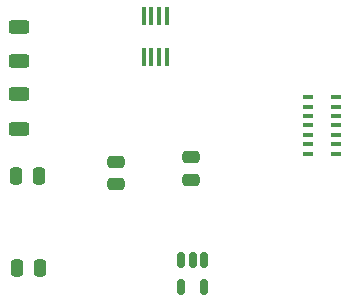
<source format=gbr>
%TF.GenerationSoftware,KiCad,Pcbnew,8.0.5*%
%TF.CreationDate,2024-12-01T00:47:41-06:00*%
%TF.ProjectId,ArduinoUnoR4Shield,41726475-696e-46f5-956e-6f5234536869,1.0*%
%TF.SameCoordinates,Original*%
%TF.FileFunction,Paste,Top*%
%TF.FilePolarity,Positive*%
%FSLAX46Y46*%
G04 Gerber Fmt 4.6, Leading zero omitted, Abs format (unit mm)*
G04 Created by KiCad (PCBNEW 8.0.5) date 2024-12-01 00:47:41*
%MOMM*%
%LPD*%
G01*
G04 APERTURE LIST*
G04 Aperture macros list*
%AMRoundRect*
0 Rectangle with rounded corners*
0 $1 Rounding radius*
0 $2 $3 $4 $5 $6 $7 $8 $9 X,Y pos of 4 corners*
0 Add a 4 corners polygon primitive as box body*
4,1,4,$2,$3,$4,$5,$6,$7,$8,$9,$2,$3,0*
0 Add four circle primitives for the rounded corners*
1,1,$1+$1,$2,$3*
1,1,$1+$1,$4,$5*
1,1,$1+$1,$6,$7*
1,1,$1+$1,$8,$9*
0 Add four rect primitives between the rounded corners*
20,1,$1+$1,$2,$3,$4,$5,0*
20,1,$1+$1,$4,$5,$6,$7,0*
20,1,$1+$1,$6,$7,$8,$9,0*
20,1,$1+$1,$8,$9,$2,$3,0*%
G04 Aperture macros list end*
%ADD10RoundRect,0.100000X-0.320000X-0.100000X0.320000X-0.100000X0.320000X0.100000X-0.320000X0.100000X0*%
%ADD11RoundRect,0.150000X-0.150000X0.512500X-0.150000X-0.512500X0.150000X-0.512500X0.150000X0.512500X0*%
%ADD12R,0.300000X1.600000*%
%ADD13RoundRect,0.250000X0.625000X-0.312500X0.625000X0.312500X-0.625000X0.312500X-0.625000X-0.312500X0*%
%ADD14RoundRect,0.250000X-0.625000X0.312500X-0.625000X-0.312500X0.625000X-0.312500X0.625000X0.312500X0*%
%ADD15RoundRect,0.250000X-0.475000X0.250000X-0.475000X-0.250000X0.475000X-0.250000X0.475000X0.250000X0*%
%ADD16RoundRect,0.250000X0.250000X0.475000X-0.250000X0.475000X-0.250000X-0.475000X0.250000X-0.475000X0*%
%ADD17RoundRect,0.250000X0.475000X-0.250000X0.475000X0.250000X-0.475000X0.250000X-0.475000X-0.250000X0*%
G04 APERTURE END LIST*
D10*
%TO.C,MAX30101*%
X155321000Y-89586000D03*
X155321000Y-90386000D03*
X155321000Y-91186000D03*
X155321000Y-91986000D03*
X155321000Y-92786000D03*
X155321000Y-93586000D03*
X155321000Y-94386000D03*
X157711000Y-94386000D03*
X157711000Y-93586000D03*
X157711000Y-92786000D03*
X157711000Y-91986000D03*
X157711000Y-91186000D03*
X157711000Y-90386000D03*
X157711000Y-89586000D03*
%TD*%
D11*
%TO.C,LM4132xMF-1.8*%
X146492000Y-103383500D03*
X145542000Y-103383500D03*
X144592000Y-103383500D03*
X144592000Y-105658500D03*
X146492000Y-105658500D03*
%TD*%
D12*
%TO.C,U9*%
X141392000Y-82755000D03*
X142042000Y-82755000D03*
X142692000Y-82755000D03*
X143342000Y-82755000D03*
X143342000Y-86155000D03*
X142692000Y-86155000D03*
X142042000Y-86155000D03*
X141392000Y-86155000D03*
%TD*%
D13*
%TO.C,R2*%
X130810000Y-92267500D03*
X130810000Y-89342500D03*
%TD*%
D14*
%TO.C,R1*%
X130810000Y-83627500D03*
X130810000Y-86552500D03*
%TD*%
D15*
%TO.C,C4*%
X145415000Y-94681000D03*
X145415000Y-96581000D03*
%TD*%
D16*
%TO.C,0.1uF*%
X132578000Y-104013000D03*
X130678000Y-104013000D03*
%TD*%
D17*
%TO.C,C2*%
X139065000Y-96962000D03*
X139065000Y-95062000D03*
%TD*%
D16*
%TO.C,10uF*%
X132522000Y-96266000D03*
X130622000Y-96266000D03*
%TD*%
M02*

</source>
